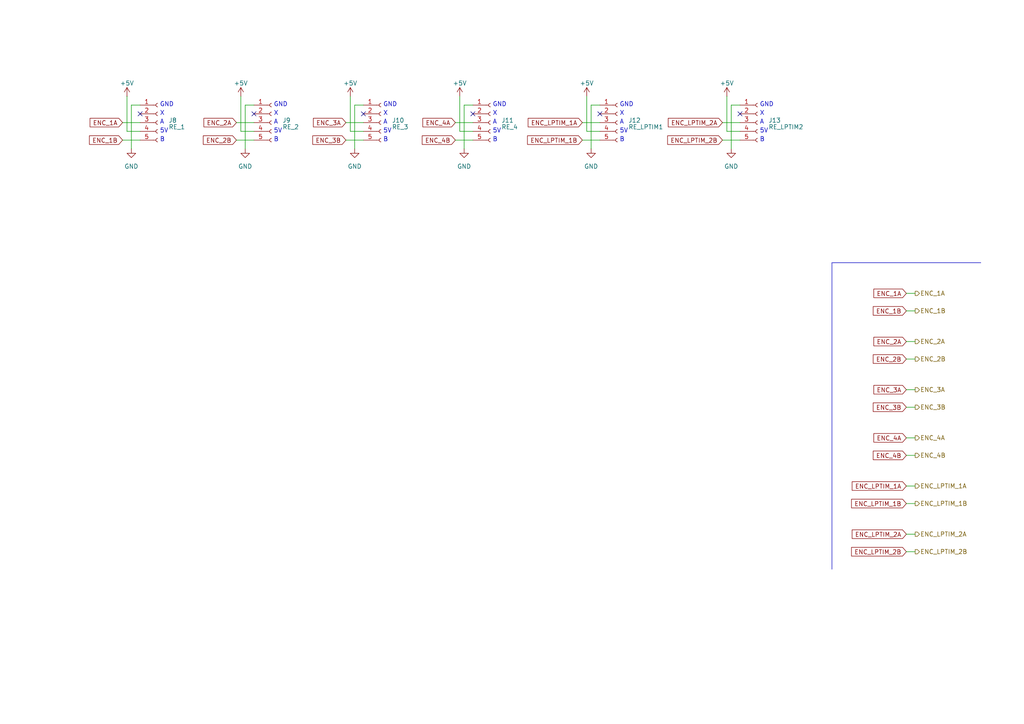
<source format=kicad_sch>
(kicad_sch (version 20250114) (generator "eeschema") (generator_version "9.0")
  (paper "A4")
  (lib_symbols
    (symbol "Connector:Conn_01x05_Socket" (pin_names (offset 1.016) (hide yes))
      (property "Reference" "J" (at 0 7.62 0))
      (property "Value" "Conn_01x05_Socket" (at 0 -7.62 0))
      (symbol "Conn_01x05_Socket_1_1"
        (polyline (pts (xy -1.27 5.08) (xy -0.508 5.08)) (stroke (width 0.1524)))
        (polyline (pts (xy -1.27 2.54) (xy -0.508 2.54)) (stroke (width 0.1524)))
        (polyline (pts (xy -1.27 0) (xy -0.508 0)) (stroke (width 0.1524)))
        (polyline (pts (xy -1.27 -2.54) (xy -0.508 -2.54)) (stroke (width 0.1524)))
        (polyline (pts (xy -1.27 -5.08) (xy -0.508 -5.08)) (stroke (width 0.1524)))
        (arc (start 0 4.572) (mid -0.5058 5.08) (end 0 5.588) (stroke (width 0.1524)))
        (arc (start 0 2.032) (mid -0.5058 2.54) (end 0 3.048) (stroke (width 0.1524)))
        (arc (start 0 -0.508) (mid -0.5058 0) (end 0 0.508) (stroke (width 0.1524)))
        (arc (start 0 -3.048) (mid -0.5058 -2.54) (end 0 -2.032) (stroke (width 0.1524)))
        (arc (start 0 -5.588) (mid -0.5058 -5.08) (end 0 -4.572) (stroke (width 0.1524)))
        (pin passive line (at -5.08 5.08 0) (length 3.81) (name "Pin_1") (number "1"))
        (pin passive line (at -5.08 2.54 0) (length 3.81) (name "Pin_2") (number "2"))
        (pin passive line (at -5.08 0 0) (length 3.81) (name "Pin_3") (number "3"))
        (pin passive line (at -5.08 -2.54 0) (length 3.81) (name "Pin_4") (number "4"))
        (pin passive line (at -5.08 -5.08 0) (length 3.81) (name "Pin_5") (number "5"))
      )
    )
    (symbol "power:+5V" (power) (pin_numbers (hide yes)) (pin_names (offset 0) (hide yes))
      (property "Value" "+5V" (at 0 3.556 0))
      (symbol "+5V_0_1"
        (polyline (pts (xy -0.762 1.27) (xy 0 2.54)))
        (polyline (pts (xy 0 2.54) (xy 0.762 1.27)))
        (polyline (pts (xy 0 0) (xy 0 2.54)))
      )
      (symbol "+5V_1_1"
        (pin power_in line (at 0 0 90) (length 0) (name "~") (number "1"))
      )
    )
    (symbol "power:GND" (power) (pin_numbers (hide yes)) (pin_names (offset 0) (hide yes))
      (property "Value" "GND" (at 0 -3.81 0))
      (symbol "GND_0_1"
        (polyline (pts (xy 0 0) (xy 0 -1.27) (xy 1.27 -1.27) (xy 0 -2.54) (xy -1.27 -1.27) (xy 0 -1.27)))
      )
      (symbol "GND_1_1"
        (pin power_in line (at 0 0 270) (length 0) (name "~") (number "1"))
      )
    )
  )
  (text "GND" (at 111.125 31.115 0) (effects (font (size 1.27 1.27)) (justify left bottom)))
  (text "5V" (at 111.125 38.735 0) (effects (font (size 1.27 1.27)) (justify left bottom)))
  (text "5V" (at 79.375 38.735 0) (effects (font (size 1.27 1.27)) (justify left bottom)))
  (text "X" (at 142.875 33.655 0) (effects (font (size 1.27 1.27)) (justify left bottom)))
  (text "X" (at 79.375 33.655 0) (effects (font (size 1.27 1.27)) (justify left bottom)))
  (text "B" (at 179.705 41.275 0) (effects (font (size 1.27 1.27)) (justify left bottom)))
  (text "5V" (at 220.345 38.735 0) (effects (font (size 1.27 1.27)) (justify left bottom)))
  (text "GND" (at 46.355 31.115 0) (effects (font (size 1.27 1.27)) (justify left bottom)))
  (text "A" (at 142.875 36.195 0) (effects (font (size 1.27 1.27)) (justify left bottom)))
  (text "5V" (at 179.705 38.735 0) (effects (font (size 1.27 1.27)) (justify left bottom)))
  (text "B" (at 142.875 41.275 0) (effects (font (size 1.27 1.27)) (justify left bottom)))
  (text "X" (at 179.705 33.655 0) (effects (font (size 1.27 1.27)) (justify left bottom)))
  (text "A" (at 46.355 36.195 0) (effects (font (size 1.27 1.27)) (justify left bottom)))
  (text "A" (at 79.375 36.195 0) (effects (font (size 1.27 1.27)) (justify left bottom)))
  (text "B" (at 220.345 41.275 0) (effects (font (size 1.27 1.27)) (justify left bottom)))
  (text "A" (at 179.705 36.195 0) (effects (font (size 1.27 1.27)) (justify left bottom)))
  (text "B" (at 46.355 41.275 0) (effects (font (size 1.27 1.27)) (justify left bottom)))
  (text "X" (at 46.355 33.655 0) (effects (font (size 1.27 1.27)) (justify left bottom)))
  (text "GND" (at 179.705 31.115 0) (effects (font (size 1.27 1.27)) (justify left bottom)))
  (text "GND" (at 220.345 31.115 0) (effects (font (size 1.27 1.27)) (justify left bottom)))
  (text "GND" (at 79.375 31.115 0) (effects (font (size 1.27 1.27)) (justify left bottom)))
  (text "5V" (at 46.355 38.735 0) (effects (font (size 1.27 1.27)) (justify left bottom)))
  (text "X" (at 111.125 33.655 0) (effects (font (size 1.27 1.27)) (justify left bottom)))
  (text "X" (at 220.345 33.655 0) (effects (font (size 1.27 1.27)) (justify left bottom)))
  (text "B" (at 79.375 41.275 0) (effects (font (size 1.27 1.27)) (justify left bottom)))
  (text "A" (at 111.125 36.195 0) (effects (font (size 1.27 1.27)) (justify left bottom)))
  (text "GND" (at 142.875 31.115 0) (effects (font (size 1.27 1.27)) (justify left bottom)))
  (text "5V" (at 142.875 38.735 0) (effects (font (size 1.27 1.27)) (justify left bottom)))
  (text "B" (at 111.125 41.275 0) (effects (font (size 1.27 1.27)) (justify left bottom)))
  (text "A" (at 220.345 36.195 0) (effects (font (size 1.27 1.27)) (justify left bottom)))
  (no_connect (at 105.41 33.02))
  (no_connect (at 137.16 33.02))
  (no_connect (at 214.63 33.02))
  (no_connect (at 173.99 33.02))
  (no_connect (at 73.66 33.02))
  (no_connect (at 40.64 33.02))
  (wire (pts (xy 209.55 35.56) (xy 214.63 35.56)))
  (wire (pts (xy 71.12 30.48) (xy 71.12 43.18)))
  (polyline (pts (xy 241.3 76.2) (xy 241.3 165.1)))
  (wire (pts (xy 35.56 40.64) (xy 40.64 40.64)))
  (wire (pts (xy 133.35 27.94) (xy 133.35 38.1)))
  (wire (pts (xy 170.18 38.1) (xy 173.99 38.1)))
  (wire (pts (xy 265.43 146.05) (xy 262.89 146.05)))
  (wire (pts (xy 132.08 40.64) (xy 137.16 40.64)))
  (wire (pts (xy 73.66 30.48) (xy 71.12 30.48)))
  (wire (pts (xy 102.87 30.48) (xy 102.87 43.18)))
  (wire (pts (xy 265.43 118.11) (xy 262.89 118.11)))
  (wire (pts (xy 40.64 30.48) (xy 38.1 30.48)))
  (wire (pts (xy 168.91 35.56) (xy 173.99 35.56)))
  (wire (pts (xy 68.58 35.56) (xy 73.66 35.56)))
  (wire (pts (xy 100.33 40.64) (xy 105.41 40.64)))
  (wire (pts (xy 265.43 113.03) (xy 262.89 113.03)))
  (wire (pts (xy 132.08 35.56) (xy 137.16 35.56)))
  (wire (pts (xy 209.55 40.64) (xy 214.63 40.64)))
  (wire (pts (xy 68.58 40.64) (xy 73.66 40.64)))
  (polyline (pts (xy 284.48 76.2) (xy 241.3 76.2)))
  (wire (pts (xy 101.6 38.1) (xy 105.41 38.1)))
  (wire (pts (xy 69.85 38.1) (xy 73.66 38.1)))
  (wire (pts (xy 265.43 140.97) (xy 262.89 140.97)))
  (wire (pts (xy 212.09 30.48) (xy 212.09 43.18)))
  (wire (pts (xy 168.91 40.64) (xy 173.99 40.64)))
  (wire (pts (xy 35.56 35.56) (xy 40.64 35.56)))
  (wire (pts (xy 265.43 90.17) (xy 262.89 90.17)))
  (wire (pts (xy 265.43 127) (xy 262.89 127)))
  (wire (pts (xy 265.43 132.08) (xy 262.89 132.08)))
  (wire (pts (xy 170.18 27.94) (xy 170.18 38.1)))
  (wire (pts (xy 101.6 27.94) (xy 101.6 38.1)))
  (wire (pts (xy 265.43 160.02) (xy 262.89 160.02)))
  (wire (pts (xy 210.82 38.1) (xy 214.63 38.1)))
  (wire (pts (xy 105.41 30.48) (xy 102.87 30.48)))
  (wire (pts (xy 173.99 30.48) (xy 171.45 30.48)))
  (wire (pts (xy 210.82 27.94) (xy 210.82 38.1)))
  (wire (pts (xy 265.43 104.14) (xy 262.89 104.14)))
  (wire (pts (xy 214.63 30.48) (xy 212.09 30.48)))
  (wire (pts (xy 171.45 30.48) (xy 171.45 43.18)))
  (wire (pts (xy 36.83 27.94) (xy 36.83 38.1)))
  (wire (pts (xy 137.16 30.48) (xy 134.62 30.48)))
  (wire (pts (xy 100.33 35.56) (xy 105.41 35.56)))
  (wire (pts (xy 36.83 38.1) (xy 40.64 38.1)))
  (wire (pts (xy 38.1 30.48) (xy 38.1 43.18)))
  (wire (pts (xy 69.85 27.94) (xy 69.85 38.1)))
  (wire (pts (xy 265.43 85.09) (xy 262.89 85.09)))
  (wire (pts (xy 265.43 154.94) (xy 262.89 154.94)))
  (wire (pts (xy 134.62 30.48) (xy 134.62 43.18)))
  (wire (pts (xy 265.43 99.06) (xy 262.89 99.06)))
  (wire (pts (xy 133.35 38.1) (xy 137.16 38.1)))
  (global_label "ENC_LPTIM_1B" (shape input) (at 262.89 146.05 180) (property "Intersheetrefs" "${INTERSHEET_REFS}" (effects (hide yes))))
  (global_label "ENC_2A" (shape input) (at 262.89 99.06 180) (property "Intersheetrefs" "${INTERSHEET_REFS}" (effects (hide yes))))
  (global_label "ENC_4B" (shape input) (at 132.08 40.64 180) (property "Intersheetrefs" "${INTERSHEET_REFS}" (effects (hide yes))))
  (global_label "ENC_LPTIM_1A" (shape input) (at 262.89 140.97 180) (property "Intersheetrefs" "${INTERSHEET_REFS}" (effects (hide yes))))
  (global_label "ENC_1A" (shape input) (at 35.56 35.56 180) (property "Intersheetrefs" "${INTERSHEET_REFS}" (effects (hide yes))))
  (global_label "ENC_3B" (shape input) (at 100.33 40.64 180) (property "Intersheetrefs" "${INTERSHEET_REFS}" (effects (hide yes))))
  (global_label "ENC_LPTIM_2B" (shape input) (at 209.55 40.64 180) (property "Intersheetrefs" "${INTERSHEET_REFS}" (effects (hide yes))))
  (global_label "ENC_2B" (shape input) (at 262.89 104.14 180) (property "Intersheetrefs" "${INTERSHEET_REFS}" (effects (hide yes))))
  (global_label "ENC_LPTIM_1A" (shape input) (at 168.91 35.56 180) (property "Intersheetrefs" "${INTERSHEET_REFS}" (effects (hide yes))))
  (global_label "ENC_LPTIM_2A" (shape input) (at 262.89 154.94 180) (property "Intersheetrefs" "${INTERSHEET_REFS}" (effects (hide yes))))
  (global_label "ENC_2B" (shape input) (at 68.58 40.64 180) (property "Intersheetrefs" "${INTERSHEET_REFS}" (effects (hide yes))))
  (global_label "ENC_4A" (shape input) (at 262.89 127 180) (property "Intersheetrefs" "${INTERSHEET_REFS}" (effects (hide yes))))
  (global_label "ENC_3A" (shape input) (at 262.89 113.03 180) (property "Intersheetrefs" "${INTERSHEET_REFS}" (effects (hide yes))))
  (global_label "ENC_LPTIM_2A" (shape input) (at 209.55 35.56 180) (property "Intersheetrefs" "${INTERSHEET_REFS}" (effects (hide yes))))
  (global_label "ENC_3B" (shape input) (at 262.89 118.11 180) (property "Intersheetrefs" "${INTERSHEET_REFS}" (effects (hide yes))))
  (global_label "ENC_1B" (shape input) (at 35.56 40.64 180) (property "Intersheetrefs" "${INTERSHEET_REFS}" (effects (hide yes))))
  (global_label "ENC_LPTIM_2B" (shape input) (at 262.89 160.02 180) (property "Intersheetrefs" "${INTERSHEET_REFS}" (effects (hide yes))))
  (global_label "ENC_3A" (shape input) (at 100.33 35.56 180) (property "Intersheetrefs" "${INTERSHEET_REFS}" (effects (hide yes))))
  (global_label "ENC_2A" (shape input) (at 68.58 35.56 180) (property "Intersheetrefs" "${INTERSHEET_REFS}" (effects (hide yes))))
  (global_label "ENC_4B" (shape input) (at 262.89 132.08 180) (property "Intersheetrefs" "${INTERSHEET_REFS}" (effects (hide yes))))
  (global_label "ENC_1A" (shape input) (at 262.89 85.09 180) (property "Intersheetrefs" "${INTERSHEET_REFS}" (effects (hide yes))))
  (global_label "ENC_LPTIM_1B" (shape input) (at 168.91 40.64 180) (property "Intersheetrefs" "${INTERSHEET_REFS}" (effects (hide yes))))
  (global_label "ENC_1B" (shape input) (at 262.89 90.17 180) (property "Intersheetrefs" "${INTERSHEET_REFS}" (effects (hide yes))))
  (global_label "ENC_4A" (shape input) (at 132.08 35.56 180) (property "Intersheetrefs" "${INTERSHEET_REFS}" (effects (hide yes))))
  (hierarchical_label "ENC_2B" (shape output) (at 265.43 104.14 0))
  (hierarchical_label "ENC_4A" (shape output) (at 265.43 127 0))
  (hierarchical_label "ENC_3B" (shape output) (at 265.43 118.11 0))
  (hierarchical_label "ENC_1B" (shape output) (at 265.43 90.17 0))
  (hierarchical_label "ENC_3A" (shape output) (at 265.43 113.03 0))
  (hierarchical_label "ENC_LPTIM_1A" (shape output) (at 265.43 140.97 0))
  (hierarchical_label "ENC_1A" (shape output) (at 265.43 85.09 0))
  (hierarchical_label "ENC_LPTIM_1B" (shape output) (at 265.43 146.05 0))
  (hierarchical_label "ENC_LPTIM_2B" (shape output) (at 265.43 160.02 0))
  (hierarchical_label "ENC_2A" (shape output) (at 265.43 99.06 0))
  (hierarchical_label "ENC_4B" (shape output) (at 265.43 132.08 0))
  (hierarchical_label "ENC_LPTIM_2A" (shape output) (at 265.43 154.94 0))
  (symbol (lib_id "power:+5V") (at 101.6 27.94 0) (unit 1)
    (property "Reference" "#PWR060" (effects (hide yes)))
    (property "Value" "+5V" (at 101.6 24.13 0))
  )
  (symbol (lib_id "power:GND") (at 102.87 43.18 0) (unit 1)
    (property "Reference" "#PWR061" (effects (hide yes)))
    (property "Value" "GND" (at 102.87 48.26 0))
  )
  (symbol (lib_id "power:+5V") (at 170.18 27.94 0) (unit 1)
    (property "Reference" "#PWR064" (effects (hide yes)))
    (property "Value" "+5V" (at 170.18 24.13 0))
  )
  (symbol (lib_id "power:+5V") (at 36.83 27.94 0) (unit 1)
    (property "Reference" "#PWR056" (effects (hide yes)))
    (property "Value" "+5V" (at 36.83 24.13 0))
  )
  (symbol (lib_id "power:GND") (at 71.12 43.18 0) (unit 1)
    (property "Reference" "#PWR059" (effects (hide yes)))
    (property "Value" "GND" (at 71.12 48.26 0))
  )
  (symbol (lib_id "Connector:Conn_01x05_Socket") (at 110.49 35.56 0) (unit 1)
    (property "Reference" "J10" (at 113.665 34.909 0) (effects (justify left)))
    (property "Value" "RE_3" (at 113.665 36.83 0) (effects (justify left)))
    (property "Footprint" "MyLib:PocketHeader_1x05_Vertical" (effects (hide yes)))
  )
  (symbol (lib_id "power:GND") (at 212.09 43.18 0) (unit 1)
    (property "Reference" "#PWR067" (effects (hide yes)))
    (property "Value" "GND" (at 212.09 48.26 0))
  )
  (symbol (lib_id "power:GND") (at 134.62 43.18 0) (unit 1)
    (property "Reference" "#PWR063" (effects (hide yes)))
    (property "Value" "GND" (at 134.62 48.26 0))
  )
  (symbol (lib_id "power:+5V") (at 210.82 27.94 0) (unit 1)
    (property "Reference" "#PWR066" (effects (hide yes)))
    (property "Value" "+5V" (at 210.82 24.13 0))
  )
  (symbol (lib_id "power:GND") (at 171.45 43.18 0) (unit 1)
    (property "Reference" "#PWR065" (effects (hide yes)))
    (property "Value" "GND" (at 171.45 48.26 0))
  )
  (symbol (lib_id "power:+5V") (at 133.35 27.94 0) (unit 1)
    (property "Reference" "#PWR062" (effects (hide yes)))
    (property "Value" "+5V" (at 133.35 24.13 0))
  )
  (symbol (lib_id "power:+5V") (at 69.85 27.94 0) (unit 1)
    (property "Reference" "#PWR058" (effects (hide yes)))
    (property "Value" "+5V" (at 69.85 24.13 0))
  )
  (symbol (lib_id "Connector:Conn_01x05_Socket") (at 142.24 35.56 0) (unit 1)
    (property "Reference" "J11" (at 145.415 34.909 0) (effects (justify left)))
    (property "Value" "RE_4" (at 145.415 36.83 0) (effects (justify left)))
    (property "Footprint" "MyLib:PocketHeader_1x05_Vertical" (effects (hide yes)))
  )
  (symbol (lib_id "power:GND") (at 38.1 43.18 0) (unit 1)
    (property "Reference" "#PWR057" (effects (hide yes)))
    (property "Value" "GND" (at 38.1 48.26 0))
  )
  (symbol (lib_id "Connector:Conn_01x05_Socket") (at 45.72 35.56 0) (unit 1)
    (property "Reference" "J8" (at 48.895 34.909 0) (effects (justify left)))
    (property "Value" "RE_1" (at 48.895 36.83 0) (effects (justify left)))
    (property "Footprint" "MyLib:PocketHeader_1x05_Vertical" (effects (hide yes)))
  )
  (symbol (lib_id "Connector:Conn_01x05_Socket") (at 219.71 35.56 0) (unit 1)
    (property "Reference" "J13" (at 222.885 34.909 0) (effects (justify left)))
    (property "Value" "RE_LPTIM2" (at 222.885 36.83 0) (effects (justify left)))
    (property "Footprint" "MyLib:PocketHeader_1x05_Vertical" (effects (hide yes)))
  )
  (symbol (lib_id "Connector:Conn_01x05_Socket") (at 78.74 35.56 0) (unit 1)
    (property "Reference" "J9" (at 81.915 34.909 0) (effects (justify left)))
    (property "Value" "RE_2" (at 81.915 36.83 0) (effects (justify left)))
    (property "Footprint" "MyLib:PocketHeader_1x05_Vertical" (effects (hide yes)))
  )
  (symbol (lib_id "Connector:Conn_01x05_Socket") (at 179.07 35.56 0) (unit 1)
    (property "Reference" "J12" (at 182.245 34.909 0) (effects (justify left)))
    (property "Value" "RE_LPTIM1" (at 182.245 36.83 0) (effects (justify left)))
    (property "Footprint" "MyLib:PocketHeader_1x05_Vertical" (effects (hide yes)))
  )
)
</source>
